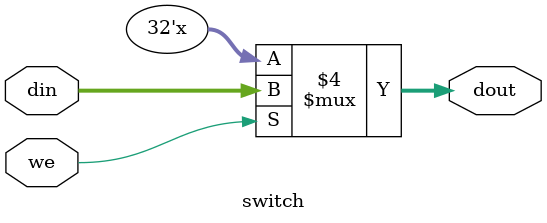
<source format=v>
module switch (we, din, dout);
    input we;
    input [31:0] din;
    output reg [31:0] dout;

    initial begin
        dout = 32'h0000_1234;
    end

    always @(*) begin
        if(we) dout = din;
    end
endmodule

</source>
